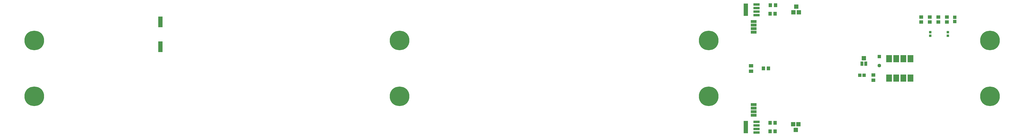
<source format=gtp>
G04 Layer_Color=8421504*
%FSLAX24Y24*%
%MOIN*%
G70*
G01*
G75*
%ADD10R,0.0394X0.0591*%
%ADD11R,0.0591X0.0591*%
%ADD12R,0.0472X0.0492*%
%ADD13R,0.0787X0.0984*%
%ADD14R,0.0571X0.0453*%
%ADD15R,0.0472X0.0472*%
%ADD16P,0.0511X8X112.5*%
%ADD17R,0.0453X0.0571*%
%ADD18R,0.0787X0.0394*%
%ADD19R,0.0866X0.0354*%
%ADD20R,0.0591X0.1772*%
%ADD21R,0.0492X0.0472*%
%ADD22R,0.0354X0.0354*%
%ADD23R,0.0591X0.0512*%
%ADD24R,0.0591X0.1181*%
%ADD25C,0.2756*%
%ADD26R,0.0591X0.0591*%
D10*
X124339Y10524D02*
D03*
X123827D02*
D03*
D11*
X124083Y11300D02*
D03*
X114600Y18550D02*
D03*
X114226Y17763D02*
D03*
X114974Y17755D02*
D03*
X114550Y1200D02*
D03*
X114924Y1987D02*
D03*
X114176Y1995D02*
D03*
D12*
X124100Y8900D02*
D03*
X123509D02*
D03*
D13*
X127600Y8472D02*
D03*
X128600D02*
D03*
X129600D02*
D03*
X130600D02*
D03*
Y11228D02*
D03*
X129600D02*
D03*
X128600D02*
D03*
X127600D02*
D03*
D14*
X125400Y8200D02*
D03*
Y8909D02*
D03*
X135700Y16391D02*
D03*
Y17100D02*
D03*
X132100Y16391D02*
D03*
Y17100D02*
D03*
X133300D02*
D03*
Y16391D02*
D03*
X134500Y17100D02*
D03*
Y16391D02*
D03*
D15*
X126250Y11510D02*
D03*
D16*
Y10250D02*
D03*
D17*
X111700Y18750D02*
D03*
X110991D02*
D03*
X110950Y17550D02*
D03*
X111659D02*
D03*
X111650Y1000D02*
D03*
X110941D02*
D03*
X110950Y2200D02*
D03*
X111659D02*
D03*
X110000Y9843D02*
D03*
X110709D02*
D03*
D18*
X108661Y15950D02*
D03*
Y15450D02*
D03*
Y14950D02*
D03*
Y16450D02*
D03*
Y4250D02*
D03*
Y3750D02*
D03*
Y3250D02*
D03*
Y4750D02*
D03*
D19*
X109055Y17360D02*
D03*
Y17860D02*
D03*
Y18360D02*
D03*
Y18860D02*
D03*
Y825D02*
D03*
Y1325D02*
D03*
Y1825D02*
D03*
Y2325D02*
D03*
D20*
X107559Y18110D02*
D03*
Y1575D02*
D03*
D21*
X136800Y16450D02*
D03*
Y17041D02*
D03*
D22*
X133370Y14450D02*
D03*
Y14950D02*
D03*
X135850Y14450D02*
D03*
Y14950D02*
D03*
D23*
X108268Y9449D02*
D03*
Y10236D02*
D03*
D24*
X25550Y16225D02*
D03*
Y13075D02*
D03*
D25*
X141732Y13780D02*
D03*
Y5906D02*
D03*
X102362D02*
D03*
Y13780D02*
D03*
X59055D02*
D03*
Y5906D02*
D03*
X7874Y13780D02*
D03*
Y5906D02*
D03*
D26*
X25550Y16850D02*
D03*
Y12450D02*
D03*
M02*

</source>
